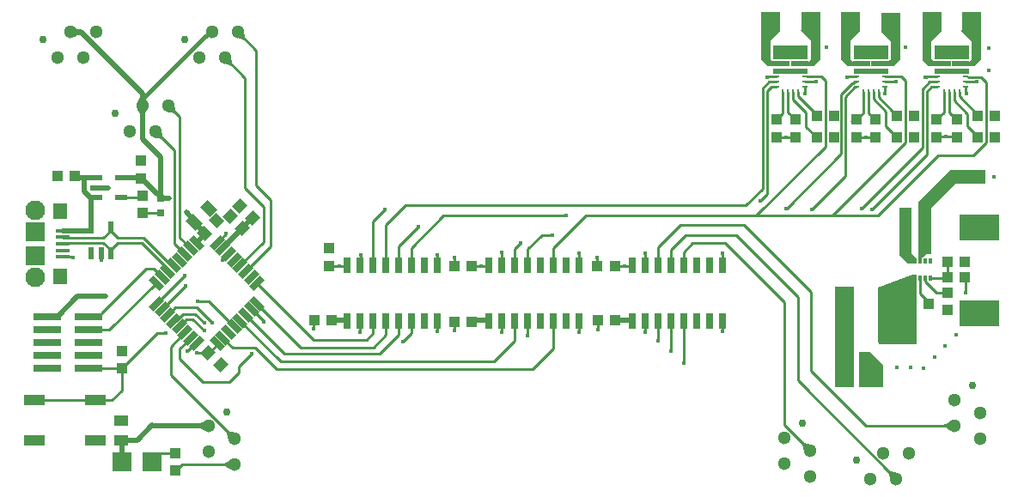
<source format=gbr>
%TF.GenerationSoftware,Altium Limited,Altium Designer,22.9.1 (49)*%
G04 Layer_Physical_Order=1*
G04 Layer_Color=255*
%FSLAX45Y45*%
%MOMM*%
%TF.SameCoordinates,925A93EA-3B44-44BF-AA41-ED200E7300F1*%
%TF.FilePolarity,Positive*%
%TF.FileFunction,Copper,L1,Top,Signal*%
%TF.Part,Single*%
G01*
G75*
%TA.AperFunction,SMDPad,CuDef*%
G04:AMPARAMS|DCode=10|XSize=1mm|YSize=1.1mm|CornerRadius=0mm|HoleSize=0mm|Usage=FLASHONLY|Rotation=315.000|XOffset=0mm|YOffset=0mm|HoleType=Round|Shape=Rectangle|*
%AMROTATEDRECTD10*
4,1,4,-0.74246,-0.03535,0.03535,0.74246,0.74246,0.03535,-0.03535,-0.74246,-0.74246,-0.03535,0.0*
%
%ADD10ROTATEDRECTD10*%

%ADD11R,1.00000X1.40000*%
%ADD12R,1.00000X1.10000*%
%ADD13R,0.30000X0.47500*%
%ADD14R,1.65000X5.60000*%
%ADD15R,1.10000X1.00000*%
%ADD16R,1.10000X1.80000*%
%ADD17R,4.00000X2.50000*%
%ADD18R,2.00000X1.00000*%
%ADD19R,2.00000X1.00000*%
%ADD20R,1.40000X1.00000*%
%ADD21R,1.90000X1.90000*%
%ADD22R,2.79000X0.74000*%
G04:AMPARAMS|DCode=23|XSize=1.475mm|YSize=0.6mm|CornerRadius=0mm|HoleSize=0mm|Usage=FLASHONLY|Rotation=225.000|XOffset=0mm|YOffset=0mm|HoleType=Round|Shape=Rectangle|*
%AMROTATEDRECTD23*
4,1,4,0.30936,0.73362,0.73362,0.30936,-0.30936,-0.73362,-0.73362,-0.30936,0.30936,0.73362,0.0*
%
%ADD23ROTATEDRECTD23*%

G04:AMPARAMS|DCode=24|XSize=1.475mm|YSize=0.6mm|CornerRadius=0mm|HoleSize=0mm|Usage=FLASHONLY|Rotation=135.000|XOffset=0mm|YOffset=0mm|HoleType=Round|Shape=Rectangle|*
%AMROTATEDRECTD24*
4,1,4,0.73362,-0.30936,0.30936,-0.73362,-0.73362,0.30936,-0.30936,0.73362,0.73362,-0.30936,0.0*
%
%ADD24ROTATEDRECTD24*%

%ADD25R,0.60000X0.25000*%
%ADD26R,3.50000X0.50000*%
%ADD27R,1.67500X0.50000*%
%ADD28R,3.50000X1.40000*%
%ADD29R,0.25000X0.60000*%
%ADD30R,0.65000X1.52500*%
G04:AMPARAMS|DCode=31|XSize=1mm|YSize=1.1mm|CornerRadius=0mm|HoleSize=0mm|Usage=FLASHONLY|Rotation=225.000|XOffset=0mm|YOffset=0mm|HoleType=Round|Shape=Rectangle|*
%AMROTATEDRECTD31*
4,1,4,-0.03535,0.74246,0.74246,-0.03535,0.03535,-0.74246,-0.74246,0.03535,-0.03535,0.74246,0.0*
%
%ADD31ROTATEDRECTD31*%

G04:AMPARAMS|DCode=32|XSize=1mm|YSize=1.4mm|CornerRadius=0mm|HoleSize=0mm|Usage=FLASHONLY|Rotation=225.000|XOffset=0mm|YOffset=0mm|HoleType=Round|Shape=Rectangle|*
%AMROTATEDRECTD32*
4,1,4,-0.14142,0.84853,0.84853,-0.14142,0.14142,-0.84853,-0.84853,0.14142,-0.14142,0.84853,0.0*
%
%ADD32ROTATEDRECTD32*%

%ADD33R,1.90000X1.90000*%
%ADD34R,0.80000X0.80000*%
%TA.AperFunction,ConnectorPad*%
%ADD35R,1.40000X1.60000*%
%ADD36R,1.35000X0.40000*%
%TA.AperFunction,SMDPad,CuDef*%
%ADD37R,0.60000X1.20000*%
%ADD38R,1.25000X0.60000*%
%TA.AperFunction,Conductor*%
%ADD39C,0.25400*%
%ADD40C,0.50000*%
%ADD41C,0.26000*%
%ADD42C,0.45000*%
%ADD43C,0.40000*%
%TA.AperFunction,ComponentPad*%
%ADD44C,0.75000*%
%ADD45C,1.30000*%
%ADD46C,1.95000*%
%TA.AperFunction,ViaPad*%
%ADD47C,0.45000*%
G36*
X611083Y5267937D02*
X614742Y5264928D01*
X618784Y5262273D01*
X623209Y5259972D01*
X628017Y5258025D01*
X633207Y5256432D01*
X638781Y5255193D01*
X644738Y5254308D01*
X651077Y5253777D01*
X657800Y5253600D01*
X657800Y5203600D01*
X651077Y5203423D01*
X644738Y5202892D01*
X638781Y5202007D01*
X633207Y5200768D01*
X628017Y5199175D01*
X623209Y5197228D01*
X618784Y5194927D01*
X614742Y5192272D01*
X611083Y5189263D01*
X607807Y5185900D01*
X607807Y5271300D01*
X611083Y5267937D01*
X611083Y5267937D02*
G37*
G36*
X2274880Y5219053D02*
X2276101Y5202989D01*
X2277238Y5195821D01*
X2278726Y5189231D01*
X2280565Y5183217D01*
X2282756Y5177780D01*
X2285297Y5172919D01*
X2288190Y5168635D01*
X2291434Y5164927D01*
X2273473Y5146967D01*
X2269766Y5150210D01*
X2265481Y5153103D01*
X2260621Y5155644D01*
X2255183Y5157835D01*
X2249169Y5159674D01*
X2242579Y5161162D01*
X2235411Y5162299D01*
X2227668Y5163085D01*
X2210450Y5163603D01*
X2274797Y5227950D01*
X2274880Y5219053D01*
X2274880Y5219053D02*
G37*
G36*
X2147880Y4965053D02*
X2149101Y4948989D01*
X2150238Y4941821D01*
X2151726Y4935231D01*
X2153565Y4929217D01*
X2155756Y4923780D01*
X2158297Y4918919D01*
X2161190Y4914635D01*
X2164434Y4910927D01*
X2146473Y4892967D01*
X2142766Y4896210D01*
X2138481Y4899103D01*
X2133621Y4901644D01*
X2128183Y4903835D01*
X2122169Y4905674D01*
X2115579Y4907162D01*
X2108411Y4908299D01*
X2100668Y4909085D01*
X2083450Y4909603D01*
X2147797Y4973950D01*
X2147880Y4965053D01*
X2147880Y4965053D02*
G37*
G36*
X9535000Y4957500D02*
X9470000Y4892500D01*
X9420000Y4892500D01*
X9420000Y4940000D01*
X9445000Y4965000D01*
X9445000Y5142500D01*
X9344233Y5243267D01*
X9349093Y5255000D01*
X9535000Y5255000D01*
X9535000Y4957500D01*
X9535000Y4957500D02*
G37*
G36*
X9140907Y5255000D02*
X9145767Y5243266D01*
X9045000Y5142499D01*
X9045000Y4967500D01*
X9060440Y4952060D01*
X9060440Y4951240D01*
X9061260Y4951240D01*
X9075000Y4937500D01*
X9075000Y4892500D01*
X9020000Y4892500D01*
X8957500Y4955000D01*
X8957500Y5255000D01*
X9140907Y5255000D01*
X9140907Y5255000D02*
G37*
G36*
X8742500Y5245790D02*
X8742500Y4962500D01*
X8672500Y4892500D01*
X8622500Y4892500D01*
X8622500Y4940000D01*
X8633740Y4951240D01*
X8634560Y4951240D01*
X8634560Y4952060D01*
X8647500Y4965000D01*
X8647500Y5137500D01*
X8551077Y5233923D01*
X8555646Y5245773D01*
X8733301Y5254545D01*
X8742500Y5245790D01*
X8742500Y5245790D02*
G37*
G36*
X8343267Y5243267D02*
X8250000Y5150000D01*
X8250000Y4965000D01*
X8275000Y4940000D01*
X8275000Y4892500D01*
X8225000Y4892500D01*
X8152500Y4965000D01*
X8152500Y5255000D01*
X8338406Y5255000D01*
X8343267Y5243267D01*
X8343267Y5243267D02*
G37*
G36*
X7952500Y4962500D02*
X7882500Y4892500D01*
X7832500Y4892500D01*
X7832500Y4940000D01*
X7857500Y4965000D01*
X7857500Y5147500D01*
X7761733Y5243267D01*
X7766594Y5255000D01*
X7952500Y5255000D01*
X7952500Y4962500D01*
X7952500Y4962500D02*
G37*
G36*
X7558267Y5243267D02*
X7460000Y5145000D01*
X7460000Y4965000D01*
X7472940Y4952060D01*
X7472940Y4951240D01*
X7473760Y4951240D01*
X7485000Y4940000D01*
X7485000Y4892500D01*
X7435000Y4892500D01*
X7367500Y4960000D01*
X7367500Y5255000D01*
X7553406Y5255000D01*
X7558267Y5243267D01*
X7558267Y5243267D02*
G37*
G36*
X1291666Y4608700D02*
X1295000Y4608700D01*
X1295050Y4606924D01*
X1324883Y4591264D01*
X1320380Y4586432D01*
X1316692Y4581758D01*
X1313820Y4577243D01*
X1311763Y4572886D01*
X1310522Y4568688D01*
X1310096Y4564647D01*
X1310486Y4560765D01*
X1311691Y4557042D01*
X1313711Y4553476D01*
X1316547Y4550069D01*
X1304891Y4551119D01*
X1224500Y4551119D01*
X1228395Y4555312D01*
X1231880Y4559853D01*
X1234955Y4564741D01*
X1237620Y4569977D01*
X1239875Y4575562D01*
X1241720Y4581494D01*
X1243155Y4587773D01*
X1244180Y4594401D01*
X1244795Y4601377D01*
X1245000Y4608700D01*
X1279057Y4608700D01*
X1283150Y4613170D01*
X1291666Y4608700D01*
X1291666Y4608700D02*
G37*
G36*
X1589080Y4495153D02*
X1590301Y4479089D01*
X1591438Y4471921D01*
X1592926Y4465331D01*
X1594765Y4459317D01*
X1596956Y4453879D01*
X1599497Y4449019D01*
X1602390Y4444735D01*
X1605633Y4441027D01*
X1587673Y4423067D01*
X1583965Y4426310D01*
X1579681Y4429203D01*
X1574820Y4431744D01*
X1569383Y4433934D01*
X1563369Y4435774D01*
X1556778Y4437262D01*
X1549611Y4438399D01*
X1541867Y4439185D01*
X1524650Y4439703D01*
X1588997Y4504050D01*
X1589080Y4495153D01*
X1589080Y4495153D02*
G37*
G36*
X1311605Y4454138D02*
X1308120Y4449748D01*
X1305045Y4445109D01*
X1302380Y4440223D01*
X1300125Y4435089D01*
X1298280Y4429707D01*
X1296845Y4424077D01*
X1295820Y4418199D01*
X1295205Y4412073D01*
X1295000Y4405700D01*
X1245000Y4405700D01*
X1244795Y4412073D01*
X1244180Y4418199D01*
X1243155Y4424077D01*
X1241720Y4429707D01*
X1239875Y4435089D01*
X1237620Y4440223D01*
X1234955Y4445109D01*
X1231880Y4449748D01*
X1228395Y4454138D01*
X1224500Y4458281D01*
X1315500Y4458281D01*
X1311605Y4454138D01*
X1311605Y4454138D02*
G37*
G36*
X1462080Y4241153D02*
X1463301Y4225089D01*
X1464438Y4217921D01*
X1465926Y4211331D01*
X1467765Y4205317D01*
X1469956Y4199880D01*
X1472497Y4195019D01*
X1475390Y4190735D01*
X1478634Y4187027D01*
X1460673Y4169067D01*
X1456966Y4172310D01*
X1452681Y4175203D01*
X1447821Y4177744D01*
X1442383Y4179935D01*
X1436369Y4181774D01*
X1429779Y4183262D01*
X1422611Y4184399D01*
X1414868Y4185185D01*
X1397650Y4185703D01*
X1461997Y4250050D01*
X1462080Y4241153D01*
X1462080Y4241153D02*
G37*
G36*
X9577500Y3737500D02*
X9285000Y3737500D01*
X9045000Y3497500D01*
X9045000Y3037500D01*
X8990000Y3037500D01*
X8960210Y3007710D01*
X8959840Y3007710D01*
X8959840Y3007340D01*
X8947500Y2995000D01*
X8950000Y2992500D01*
X8950000Y2952500D01*
X8920000Y2952500D01*
X8920000Y3145000D01*
X8920000Y3497500D01*
X8920000Y3555000D01*
X9235000Y3870000D01*
X9577500Y3870000D01*
X9577500Y3737500D01*
X9577500Y3737500D02*
G37*
G36*
X8850000Y3147500D02*
X8850000Y3040000D01*
X8900000Y2997500D01*
X8900000Y2950000D01*
X8812500Y2950000D01*
X8735000Y3027500D01*
X8735000Y3162500D01*
X8735000Y3495000D01*
X8736036Y3497500D01*
X8850000Y3497500D01*
X8850000Y3147500D01*
X8850000Y3147500D02*
G37*
G36*
X8900000Y2150000D02*
X8547454Y2150000D01*
X8543863Y2162181D01*
X8546378Y2163807D01*
X8645000Y2227500D01*
X8550644Y2173583D01*
X8534569Y2164397D01*
X8533022Y2164591D01*
X8531500Y2164929D01*
X8522500Y2172820D01*
X8522500Y2712500D01*
X8860000Y2840000D01*
X8900000Y2840000D01*
X8900000Y2150000D01*
X8900000Y2150000D02*
G37*
G36*
X8575000Y1944995D02*
X8575000Y1727500D01*
X8337500Y1727500D01*
X8337500Y2072500D01*
X8447501Y2072500D01*
X8575000Y1944995D01*
X8575000Y1944995D02*
G37*
G36*
X8282500Y1727500D02*
X8097500Y1727500D01*
X8097500Y2690000D01*
X8097500Y2720000D01*
X8282500Y2720000D01*
X8282500Y1727500D01*
X8282500Y1727500D02*
G37*
G36*
X1873671Y1302156D02*
X1869806Y1306259D01*
X1865660Y1309930D01*
X1861231Y1313169D01*
X1856521Y1315976D01*
X1851528Y1318351D01*
X1846254Y1320295D01*
X1840697Y1321806D01*
X1834858Y1322886D01*
X1828738Y1323534D01*
X1822335Y1323750D01*
X1825803Y1373750D01*
X1832147Y1373942D01*
X1838274Y1374518D01*
X1844185Y1375480D01*
X1849878Y1376825D01*
X1855354Y1378555D01*
X1860614Y1380669D01*
X1865656Y1383168D01*
X1870481Y1386051D01*
X1875089Y1389319D01*
X1879480Y1392971D01*
X1873671Y1302156D01*
X1873671Y1302156D02*
G37*
G36*
X9224581Y1300700D02*
X9218230Y1306932D01*
X9206008Y1317428D01*
X9200136Y1321692D01*
X9194424Y1325300D01*
X9188870Y1328252D01*
X9183477Y1330548D01*
X9178243Y1332188D01*
X9173168Y1333172D01*
X9168253Y1333500D01*
X9168253Y1358900D01*
X9173168Y1359228D01*
X9178243Y1360212D01*
X9183477Y1361852D01*
X9188870Y1364148D01*
X9194424Y1367100D01*
X9200136Y1370708D01*
X9206008Y1374972D01*
X9212039Y1379892D01*
X9224581Y1391700D01*
X9224581Y1300700D01*
X9224581Y1300700D02*
G37*
G36*
X2116934Y1295990D02*
X2121219Y1293097D01*
X2126079Y1290556D01*
X2131517Y1288365D01*
X2137531Y1286526D01*
X2144121Y1285038D01*
X2151289Y1283901D01*
X2159032Y1283115D01*
X2176250Y1282597D01*
X2111903Y1218250D01*
X2111819Y1227147D01*
X2110599Y1243211D01*
X2109462Y1250379D01*
X2107974Y1256969D01*
X2106134Y1262983D01*
X2103944Y1268421D01*
X2101403Y1273281D01*
X2098510Y1277566D01*
X2095266Y1281273D01*
X2113227Y1299234D01*
X2116934Y1295990D01*
X2116934Y1295990D02*
G37*
G36*
X7788634Y1183290D02*
X7792919Y1180397D01*
X7797779Y1177856D01*
X7803217Y1175665D01*
X7809231Y1173826D01*
X7815821Y1172338D01*
X7822989Y1171201D01*
X7830732Y1170415D01*
X7847950Y1169897D01*
X7783603Y1105550D01*
X7783520Y1114447D01*
X7782299Y1130511D01*
X7781162Y1137679D01*
X7779674Y1144269D01*
X7777835Y1150283D01*
X7775644Y1155721D01*
X7773103Y1160581D01*
X7770210Y1164866D01*
X7766966Y1168573D01*
X7784927Y1186534D01*
X7788634Y1183290D01*
X7788634Y1183290D02*
G37*
G36*
X2130481Y918100D02*
X2124130Y924332D01*
X2111908Y934828D01*
X2106036Y939092D01*
X2100323Y942700D01*
X2094770Y945652D01*
X2089377Y947948D01*
X2084143Y949588D01*
X2079068Y950572D01*
X2074153Y950900D01*
X2074153Y976300D01*
X2079068Y976628D01*
X2084143Y977612D01*
X2089377Y979252D01*
X2094770Y981548D01*
X2100323Y984500D01*
X2106036Y988108D01*
X2111908Y992372D01*
X2117939Y997292D01*
X2130481Y1009100D01*
X2130481Y918100D01*
X2130481Y918100D02*
G37*
G36*
X8639534Y903890D02*
X8643819Y900997D01*
X8648679Y898456D01*
X8654117Y896265D01*
X8660131Y894426D01*
X8666721Y892938D01*
X8673889Y891801D01*
X8681632Y891015D01*
X8698850Y890497D01*
X8634503Y826150D01*
X8634420Y835047D01*
X8633199Y851111D01*
X8632062Y858279D01*
X8630574Y864869D01*
X8628735Y870883D01*
X8626544Y876321D01*
X8624003Y881181D01*
X8621110Y885466D01*
X8617866Y889173D01*
X8635827Y907134D01*
X8639534Y903890D01*
X8639534Y903890D02*
G37*
D10*
X2232396Y3512604D02*
D03*
X2352604Y3392396D02*
D03*
X2132396Y3415104D02*
D03*
X2252604Y3294896D02*
D03*
X2040104Y1947396D02*
D03*
X1919896Y2067604D02*
D03*
D11*
X8985601Y3252700D02*
D03*
X8785600Y3252700D02*
D03*
X8987500Y3427500D02*
D03*
X8787500Y3427500D02*
D03*
D12*
X8970601Y3092201D02*
D03*
X8800600Y3092201D02*
D03*
X9020000Y2552500D02*
D03*
X8850000Y2552500D02*
D03*
X9205000Y2810000D02*
D03*
X9375000Y2810000D02*
D03*
X9375000Y2960000D02*
D03*
X9205000Y2960000D02*
D03*
X8387500Y2017500D02*
D03*
X8217500Y2017500D02*
D03*
X9673500Y4191000D02*
D03*
X9503500Y4191000D02*
D03*
X9673500Y4406900D02*
D03*
X9503500Y4406900D02*
D03*
X8873400Y4191000D02*
D03*
X8703400Y4191000D02*
D03*
X8873400Y4406900D02*
D03*
X8703400Y4406900D02*
D03*
X8086000Y4191000D02*
D03*
X7916000Y4191000D02*
D03*
X8086000Y4406900D02*
D03*
X7916000Y4406900D02*
D03*
X4347300Y2921000D02*
D03*
X4517300Y2921000D02*
D03*
X4347300Y2374900D02*
D03*
X4517300Y2374900D02*
D03*
X5755000Y2920000D02*
D03*
X5925000Y2920000D02*
D03*
X5757000Y2387600D02*
D03*
X5927000Y2387600D02*
D03*
X2963000Y2387600D02*
D03*
X3133000Y2387600D02*
D03*
X435700Y3810000D02*
D03*
X605700Y3810000D02*
D03*
D13*
X9035000Y2973800D02*
D03*
X8985000Y2973800D02*
D03*
X8935000Y2973800D02*
D03*
X8885000Y2973800D02*
D03*
X8885000Y2806200D02*
D03*
X8935000Y2806200D02*
D03*
X8985000Y2806200D02*
D03*
X9035000Y2806200D02*
D03*
D14*
X8190000Y2430000D02*
D03*
X8605000Y2430000D02*
D03*
D15*
X9210000Y2490000D02*
D03*
X9210000Y2660000D02*
D03*
X1070000Y2082500D02*
D03*
X1070000Y1912500D02*
D03*
X8496300Y4194900D02*
D03*
X8496300Y4364900D02*
D03*
X9093200Y4194900D02*
D03*
X9093200Y4364900D02*
D03*
X9296400Y4194900D02*
D03*
X9296400Y4364900D02*
D03*
X7518399Y4194900D02*
D03*
X7518399Y4364900D02*
D03*
X7708900Y4194900D02*
D03*
X7708900Y4364900D02*
D03*
X8305800Y4194900D02*
D03*
X8305800Y4364900D02*
D03*
X3111500Y3094900D02*
D03*
X3111500Y2924900D02*
D03*
X1597500Y1072500D02*
D03*
X1597500Y902500D02*
D03*
X1257300Y3958500D02*
D03*
X1257300Y3788500D02*
D03*
X1270000Y3615600D02*
D03*
X1270000Y3445600D02*
D03*
D16*
X8212500Y1827500D02*
D03*
X8512500Y1827500D02*
D03*
D17*
X9520000Y3300000D02*
D03*
X9520000Y2455000D02*
D03*
D18*
X207500Y1600000D02*
D03*
X807500Y1600000D02*
D03*
D19*
X207500Y1200000D02*
D03*
X807500Y1200000D02*
D03*
D20*
X1065000Y1200000D02*
D03*
X1065000Y1400000D02*
D03*
D21*
X9440000Y5337500D02*
D03*
X8647500Y5327500D02*
D03*
X8247500Y5337500D02*
D03*
X7463700Y5337500D02*
D03*
X7857500Y5337500D02*
D03*
X9051200Y5337500D02*
D03*
D22*
X737000Y1914100D02*
D03*
X330000Y1914100D02*
D03*
X737000Y2041100D02*
D03*
X330000Y2041100D02*
D03*
X737000Y2168100D02*
D03*
X330000Y2168100D02*
D03*
X737000Y2295100D02*
D03*
X330000Y2295100D02*
D03*
X737000Y2422100D02*
D03*
X330000Y2422100D02*
D03*
D23*
X1803318Y2156638D02*
D03*
X1746750Y2213207D02*
D03*
X1690181Y2269775D02*
D03*
X1633612Y2326344D02*
D03*
X1577044Y2382912D02*
D03*
X1520475Y2439481D02*
D03*
X1463907Y2496050D02*
D03*
X1407338Y2552618D02*
D03*
X2006682Y3151962D02*
D03*
X2063250Y3095393D02*
D03*
X2119819Y3038825D02*
D03*
X2176388Y2982256D02*
D03*
X2232956Y2925688D02*
D03*
X2289525Y2869119D02*
D03*
X2346093Y2812550D02*
D03*
X2402662Y2755982D02*
D03*
D24*
X1407338Y2755982D02*
D03*
X1463907Y2812550D02*
D03*
X1520475Y2869119D02*
D03*
X1577044Y2925688D02*
D03*
X1633612Y2982256D02*
D03*
X1690181Y3038825D02*
D03*
X1746750Y3095393D02*
D03*
X1803318Y3151962D02*
D03*
X2402662Y2552618D02*
D03*
X2346093Y2496050D02*
D03*
X2289525Y2439481D02*
D03*
X2232956Y2382912D02*
D03*
X2176388Y2326344D02*
D03*
X2119819Y2269775D02*
D03*
X2063250Y2213207D02*
D03*
X2006682Y2156638D02*
D03*
D25*
X7798100Y4688900D02*
D03*
X7798100Y4738900D02*
D03*
X7798100Y4788900D02*
D03*
X7518100Y4788900D02*
D03*
X7518100Y4738900D02*
D03*
X7518100Y4688900D02*
D03*
X8309400Y4688900D02*
D03*
X8309400Y4738900D02*
D03*
X8309400Y4788900D02*
D03*
X8589400Y4788900D02*
D03*
X8589400Y4738900D02*
D03*
X8589400Y4688900D02*
D03*
X9385600Y4688900D02*
D03*
X9385600Y4738900D02*
D03*
X9385600Y4788900D02*
D03*
X9105600Y4788900D02*
D03*
X9105600Y4738900D02*
D03*
X9105600Y4688900D02*
D03*
D26*
X7658100Y4846400D02*
D03*
X8449400Y4846400D02*
D03*
X9245600Y4846400D02*
D03*
D27*
X7749300Y4916400D02*
D03*
X7566900Y4916400D02*
D03*
X8358200Y4916400D02*
D03*
X8540600Y4916400D02*
D03*
X9336800Y4916400D02*
D03*
X9154400Y4916400D02*
D03*
D28*
X7658100Y5031400D02*
D03*
X8449400Y5031400D02*
D03*
X9245600Y5031400D02*
D03*
D29*
X7583100Y4636400D02*
D03*
X7633100Y4636400D02*
D03*
X7683100Y4636400D02*
D03*
X7733100Y4636400D02*
D03*
X8524400Y4636400D02*
D03*
X8474400Y4636400D02*
D03*
X8424400Y4636400D02*
D03*
X8374400Y4636400D02*
D03*
X9170600Y4636400D02*
D03*
X9220600Y4636400D02*
D03*
X9270600Y4636400D02*
D03*
X9320600Y4636400D02*
D03*
D30*
X4686300Y2383100D02*
D03*
X4813300Y2383100D02*
D03*
X4940300Y2383100D02*
D03*
X5067300Y2383100D02*
D03*
X5194300Y2383100D02*
D03*
X5321300Y2383100D02*
D03*
X5448300Y2383100D02*
D03*
X5575300Y2383100D02*
D03*
X5575300Y2925500D02*
D03*
X5448300Y2925500D02*
D03*
X5321300Y2925500D02*
D03*
X5194300Y2925500D02*
D03*
X5067300Y2925500D02*
D03*
X4940300Y2925500D02*
D03*
X4813300Y2925500D02*
D03*
X4686300Y2925500D02*
D03*
X6096000Y2383100D02*
D03*
X6223000Y2383100D02*
D03*
X6350000Y2383100D02*
D03*
X6477000Y2383100D02*
D03*
X6604000Y2383100D02*
D03*
X6731000Y2383100D02*
D03*
X6858000Y2383100D02*
D03*
X6985000Y2383100D02*
D03*
X6985000Y2925500D02*
D03*
X6858000Y2925500D02*
D03*
X6731000Y2925500D02*
D03*
X6604000Y2925500D02*
D03*
X6477000Y2925500D02*
D03*
X6350000Y2925500D02*
D03*
X6223000Y2925500D02*
D03*
X6096000Y2925500D02*
D03*
X3289300Y2383100D02*
D03*
X3416300Y2383100D02*
D03*
X3543300Y2383100D02*
D03*
X3670300Y2383100D02*
D03*
X3797300Y2383100D02*
D03*
X3924300Y2383100D02*
D03*
X4051300Y2383100D02*
D03*
X4178300Y2383100D02*
D03*
X4178300Y2925500D02*
D03*
X4051300Y2925500D02*
D03*
X3924300Y2925500D02*
D03*
X3797300Y2925500D02*
D03*
X3670300Y2925500D02*
D03*
X3543300Y2925500D02*
D03*
X3416300Y2925500D02*
D03*
X3289300Y2925500D02*
D03*
D31*
X1883196Y3247096D02*
D03*
X2003404Y3367304D02*
D03*
D32*
X1783689Y3350789D02*
D03*
X1925111Y3492211D02*
D03*
D33*
X1067500Y990000D02*
D03*
X1367500Y992500D02*
D03*
X215100Y3021000D02*
D03*
X215100Y3261000D02*
D03*
D34*
X1447800Y3442900D02*
D03*
X1447800Y3592900D02*
D03*
D35*
X460100Y2821000D02*
D03*
X460100Y3461000D02*
D03*
D36*
X482600Y3011000D02*
D03*
X482600Y3076000D02*
D03*
X482600Y3141000D02*
D03*
X482600Y3206000D02*
D03*
X482600Y3271000D02*
D03*
D37*
X768600Y3050000D02*
D03*
X863600Y3050000D02*
D03*
X958600Y3050000D02*
D03*
X958600Y3300000D02*
D03*
X768600Y3300000D02*
D03*
D38*
X814800Y3790700D02*
D03*
X814800Y3695700D02*
D03*
X814800Y3600700D02*
D03*
X1064800Y3600700D02*
D03*
X1064800Y3790700D02*
D03*
D39*
X1587500Y3141506D02*
X1587500Y4060200D01*
X1638300Y3203843D02*
X1638300Y4390400D01*
X1638300Y3203843D02*
X1746750Y3095393D01*
X1587500Y3141506D02*
X1690181Y3038825D01*
X1397000Y4250700D02*
X1587500Y4060200D01*
X1524000Y4504700D02*
X1638300Y4390400D01*
X2062500Y2980000D02*
X2062500Y2980753D01*
X2119819Y3038072D01*
X2119819Y3038825D01*
X2352604Y3384747D02*
X2352604Y3392396D01*
X1883196Y3231840D02*
X1883196Y3247096D01*
X1783689Y3350789D02*
X1783689Y3372511D01*
X2465000Y3157731D02*
X2465000Y3507500D01*
X2232956Y2925688D02*
X2465000Y3157731D01*
X2280000Y3692500D02*
X2465000Y3507500D01*
X2390000Y3717500D02*
X2535000Y3572500D01*
X2535000Y3114594D02*
X2535000Y3572500D01*
X2390000Y3717500D02*
X2390000Y5048400D01*
X2280000Y3692500D02*
X2280000Y4777400D01*
X2209800Y5228600D02*
X2390000Y5048400D01*
X2082800Y4974600D02*
X2280000Y4777400D01*
X2289525Y2869119D02*
X2535000Y3114594D01*
X8884400Y2974400D02*
X8885000Y2973800D01*
X9205000Y2810000D02*
X9205000Y2960000D01*
X8885000Y2797450D02*
X8885000Y2806200D01*
X8935000Y2647500D02*
X8935000Y2806200D01*
X8935000Y2647500D02*
X9025000Y2557500D01*
X9025000Y2552500D02*
X9025000Y2557500D01*
X9035000Y2806200D02*
X9201200Y2806200D01*
X8987300Y2770200D02*
X8987300Y2803900D01*
X8985000Y2806200D02*
X8987300Y2803900D01*
X8987300Y2770200D02*
X9097500Y2660000D01*
X9210000Y2660000D01*
X9380000Y2660000D02*
X9380000Y2805000D01*
X9375000Y2810000D02*
X9380000Y2805000D01*
X8194420Y3806920D02*
X8194420Y4591020D01*
X7867500Y3480000D02*
X8194420Y3806920D01*
X7617500Y3490000D02*
X7620000Y3490000D01*
X8158860Y4028860D01*
X8158860Y4613189D01*
X8462500Y3477500D02*
X8462500Y3482500D01*
X9000000Y4020000D01*
X9000000Y4642500D01*
X8158860Y4613189D02*
X8270131Y4724460D01*
X8277860Y4724460D01*
X8292300Y4738900D01*
X8309400Y4738900D01*
X8194420Y4591020D02*
X8292300Y4688900D01*
X7319100Y3420000D02*
X8000000Y4100900D01*
X8000000Y4750000D01*
X8292300Y4688900D02*
X8309400Y4688900D01*
X9000000Y4642500D02*
X9046400Y4688900D01*
X8957500Y4087500D02*
X8957500Y4664900D01*
X9031500Y4738900D01*
X8360000Y3490000D02*
X8957500Y4087500D01*
X9046400Y4688900D02*
X9105600Y4688900D01*
X7427500Y4650000D02*
X7466400Y4688900D01*
X7427500Y3635000D02*
X7427500Y4650000D01*
X7360000Y3567500D02*
X7427500Y3635000D01*
X7215700Y3520000D02*
X7382500Y3686800D01*
X7382500Y4673748D01*
X7447652Y4738900D01*
X7466400Y4688900D02*
X7518100Y4688900D01*
X1549400Y1845100D02*
X1549400Y2128994D01*
X1549400Y1845100D02*
X2176900Y1217600D01*
X807500Y1600000D02*
X970000Y1600000D01*
X1067500Y1697500D02*
X1067500Y1910000D01*
X970000Y1600000D02*
X1067500Y1697500D01*
X207500Y1600000D02*
X807500Y1600000D01*
X1447500Y1072500D02*
X1597500Y1072500D01*
X1367500Y992500D02*
X1447500Y1072500D01*
X1663600Y963600D02*
X2176900Y963600D01*
X1602500Y902500D02*
X1663600Y963600D01*
X1597500Y902500D02*
X1602500Y902500D01*
X1070539Y1911961D02*
X1074461Y1911961D01*
X1112300Y1949800D01*
X1112300Y1953723D02*
X1419177Y2260600D01*
X1068400Y1914100D02*
X1070539Y1911961D01*
X1419177Y2260600D02*
X1498600Y2260600D01*
X1112300Y1949800D02*
X1112300Y1953723D01*
X737000Y1914100D02*
X1068400Y1914100D01*
X1067500Y1910000D02*
X1070000Y1912500D01*
X839500Y2422100D02*
X863800Y2446400D01*
X863800Y2451300D01*
X1306378Y2893878D02*
X1382579Y2893878D01*
X737000Y2422100D02*
X839500Y2422100D01*
X863800Y2451300D02*
X1306378Y2893878D01*
X946457Y2295100D02*
X1407338Y2755982D01*
X737000Y2295100D02*
X946457Y2295100D01*
X1549400Y2128994D02*
X1690181Y2269775D01*
X1715412Y2079756D02*
X1792294Y2156638D01*
X1710108Y2079756D02*
X1715412Y2079756D01*
X1792294Y2156638D02*
X1803318Y2156638D01*
X1862500Y1780000D02*
X2130000Y1780000D01*
X1638300Y2004200D02*
X1638300Y2105528D01*
X1638300Y2004200D02*
X1862500Y1780000D01*
X2130000Y1780000D02*
X2225000Y1875000D01*
X2225000Y1932900D01*
X2349500Y2057400D01*
X3840000Y2175000D02*
X3924300Y2259300D01*
X3924300Y2383100D01*
X1463907Y2496050D02*
X1466228Y2496050D01*
X1692679Y2722500D02*
X1695000Y2722500D01*
X1466228Y2496050D02*
X1692679Y2722500D01*
X1407338Y2552618D02*
X1686820Y2832100D01*
X1689100Y2832100D01*
X1403710Y2552618D02*
X1407338Y2552618D01*
X1638300Y2105528D02*
X1745978Y2213207D01*
X1923900Y2063600D02*
X2006682Y2146382D01*
X1810931Y2064069D02*
X1915632Y2064069D01*
X1916100Y2063600D01*
X1810000Y2065000D02*
X1810931Y2064069D01*
X1916100Y2063600D02*
X1923900Y2063600D01*
X2006682Y2146382D02*
X2006682Y2156638D01*
X558800Y5225853D02*
X558800Y5228600D01*
X8985000Y4780000D02*
X8990304Y4780000D01*
X8999204Y4788900D02*
X9105600Y4788900D01*
X8990304Y4780000D02*
X8999204Y4788900D01*
X9031500Y4738900D02*
X9105600Y4738900D01*
X8226704Y4788900D02*
X8309400Y4788900D01*
X8215000Y4782500D02*
X8220304Y4782500D01*
X8226704Y4788900D01*
X7428700Y4788700D02*
X7517900Y4788700D01*
X7425000Y4785000D02*
X7428700Y4788700D01*
X7517900Y4788700D02*
X7518100Y4788900D01*
X3419400Y2928600D02*
X3419400Y3031900D01*
X3416300Y2925500D02*
X3419400Y2928600D01*
X4177900Y2925900D02*
X4178300Y2925500D01*
X4177900Y2925900D02*
X4177900Y3034600D01*
X4177500Y3035000D02*
X4177900Y3034600D01*
X4345000Y2923300D02*
X4345000Y3010000D01*
X4345000Y2923300D02*
X4347300Y2921000D01*
X5752500Y2922500D02*
X5755000Y2920000D01*
X5752500Y2922500D02*
X5752500Y3007500D01*
X6985000Y2277500D02*
X6985000Y2383100D01*
X6224000Y2271000D02*
X6224000Y2382100D01*
X6223000Y2383100D02*
X6224000Y2382100D01*
X6224000Y2271000D02*
X6225000Y2270000D01*
X5757000Y2387600D02*
X5760000Y2384600D01*
X5760000Y2297500D02*
X5760000Y2384600D01*
X5575300Y2383100D02*
X5576400Y2382000D01*
X5576400Y2273600D02*
X5576400Y2382000D01*
X5576400Y2273600D02*
X5577500Y2272500D01*
X4812900Y2270400D02*
X4812900Y2382700D01*
X4813300Y2383100D01*
X4812500Y2270000D02*
X4812900Y2270400D01*
X4345000Y2372600D02*
X4347300Y2374900D01*
X4345000Y2285000D02*
X4345000Y2372600D01*
X4177900Y2382700D02*
X4178300Y2383100D01*
X4177900Y2277900D02*
X4177900Y2382700D01*
X4177500Y2277500D02*
X4177900Y2277900D01*
X3415000Y2272500D02*
X3415650Y2273150D01*
X3415650Y2382450D02*
X3416300Y2383100D01*
X3415650Y2273150D02*
X3415650Y2382450D01*
X863600Y3050000D02*
X864300Y3049300D01*
X864300Y2983200D02*
X865000Y2982500D01*
X864300Y2983200D02*
X864300Y3049300D01*
X482600Y3011000D02*
X483100Y3010500D01*
X589500Y3010500D02*
X590000Y3010000D01*
X483100Y3010500D02*
X589500Y3010500D01*
X9190000Y4200000D02*
X9291300Y4200000D01*
X9296400Y4194900D01*
X8491400Y4190000D02*
X8496300Y4194900D01*
X8400000Y4190000D02*
X8491400Y4190000D01*
X7610000Y4190000D02*
X7704000Y4190000D01*
X7708900Y4194900D01*
X7710000Y4193800D01*
X7523299Y4190000D02*
X7610000Y4190000D01*
X7518399Y4194900D02*
X7523299Y4190000D01*
X8310700Y4190000D02*
X8400000Y4190000D01*
X8305800Y4194900D02*
X8310700Y4190000D01*
X8496300Y4194900D02*
X8500000Y4191200D01*
X9296400Y4194900D02*
X9300000Y4191300D01*
X9098300Y4200000D02*
X9190000Y4200000D01*
X9093200Y4194900D02*
X9098300Y4200000D01*
X8086000Y4406900D02*
X8086000Y4422500D01*
X8090000Y4426500D01*
X2090000Y3237640D02*
X2090000Y3240000D01*
X2006682Y3151962D02*
X2006682Y3154322D01*
X2090000Y3237640D01*
X2960000Y2300000D02*
X2960000Y2384600D01*
X2963000Y2387600D01*
X6985000Y2925500D02*
X6985000Y3048000D01*
X6223000Y2925500D02*
X6223000Y3048000D01*
X5575300Y2925500D02*
X5575300Y3048000D01*
X4813300Y2925500D02*
X4813300Y3060700D01*
X5927000Y2933700D02*
X5940700Y2920000D01*
X6090500Y2920000D02*
X6096000Y2925500D01*
X5940700Y2920000D02*
X6090500Y2920000D01*
X3111500Y2921000D02*
X3213100Y2921000D01*
X9385600Y4688900D02*
X9387600Y4688900D01*
X9387800Y4688700D01*
X9387800Y4622200D02*
X9390000Y4620000D01*
X9387800Y4622200D02*
X9387800Y4688700D01*
X8589700Y4620300D02*
X8589700Y4688700D01*
X8589700Y4620300D02*
X8590000Y4620000D01*
X8589400Y4688900D02*
X8589500Y4688900D01*
X8589700Y4688700D01*
X7800000Y4620000D02*
X7800000Y4688700D01*
X7798100Y4688900D02*
X7799800Y4688900D01*
X7800000Y4688700D01*
X8698900Y4738900D02*
X8700000Y4740000D01*
X8589400Y4738900D02*
X8698900Y4738900D01*
X7908900Y4738900D02*
X7910000Y4740000D01*
X7798100Y4738900D02*
X7908900Y4738900D01*
X7815400Y4788900D02*
X7961100Y4788900D01*
X8000000Y4750000D01*
X9411579Y4787744D02*
X9532257Y4787744D01*
X9588500Y4731500D01*
X9588500Y4138671D02*
X9588500Y4731500D01*
X9489257Y4739100D02*
X9490000Y4739843D01*
X9385600Y4738900D02*
X9385800Y4739100D01*
X9489257Y4739100D01*
X7860000Y1890000D02*
X7860000Y2668300D01*
X7860000Y1890000D02*
X8403800Y1346200D01*
X9271000Y1346200D01*
X7447652Y4738900D02*
X7518100Y4738900D01*
X7198300Y3330000D02*
X7860000Y2668300D01*
X7120500Y3230000D02*
X7730000Y2620500D01*
X7730000Y1795000D02*
X8699500Y825500D01*
X7730000Y1795000D02*
X7730000Y2620500D01*
X8666100Y4449200D02*
X8703400Y4411900D01*
X8524400Y4589800D02*
X8524400Y4636400D01*
X8524400Y4589800D02*
X8665000Y4449200D01*
X8666100Y4449200D01*
X8474400Y4568500D02*
X8597900Y4445000D01*
X8474400Y4568500D02*
X8474400Y4636400D01*
X8597900Y4300400D02*
X8597900Y4445000D01*
X6604000Y3060700D02*
X6693300Y3150000D01*
X7010000Y3150000D02*
X7594600Y2565400D01*
X6693300Y3150000D02*
X7010000Y3150000D01*
X6620900Y3230000D02*
X7120500Y3230000D01*
X6477000Y3086100D02*
X6620900Y3230000D01*
X6350000Y3111500D02*
X6568500Y3330000D01*
X7198300Y3330000D01*
X8520000Y3420000D02*
X9112716Y4012716D01*
X8069729Y3420000D02*
X8520000Y3420000D01*
X8069729Y3420000D02*
X8790000Y4140271D01*
X7319100Y3420000D02*
X8069729Y3420000D01*
X5642500Y3420000D02*
X7319100Y3420000D01*
X5321300Y3098800D02*
X5642500Y3420000D01*
X4240000Y3420000D02*
X5450000Y3420000D01*
X3922150Y3102150D02*
X4240000Y3420000D01*
X3670300Y3330300D02*
X3860000Y3520000D01*
X7215700Y3520000D01*
X9112716Y4012716D02*
X9462545Y4012716D01*
X5210000Y3230000D02*
X5310000Y3230000D01*
X5067300Y3087300D02*
X5210000Y3230000D01*
X3543300Y3363300D02*
X3660000Y3480000D01*
X3543300Y2925500D02*
X3543300Y3363300D01*
X3797300Y2925500D02*
X3797300Y3117300D01*
X3990000Y3310000D01*
X3922150Y2927650D02*
X3922150Y3102150D01*
X3922150Y2927650D02*
X3924300Y2925500D01*
X4940300Y2925500D02*
X4940300Y3090300D01*
X5000000Y3150000D01*
X5067300Y2925500D02*
X5067300Y3087300D01*
X8790000Y4140271D02*
X8790000Y4750000D01*
X3670300Y2925500D02*
X3670300Y3330300D01*
X7749300Y4916400D02*
X7754816Y4921916D01*
X7564414Y4918886D02*
X7566900Y4916400D01*
X8589600Y4788700D02*
X8751300Y4788700D01*
X8790000Y4750000D01*
X8589400Y4788900D02*
X8589600Y4788700D01*
X1382579Y2893878D02*
X1463907Y2812550D01*
X5067300Y2235200D02*
X5067300Y2383100D01*
X2590800Y1905000D02*
X5118100Y1905000D01*
X2163628Y2112829D02*
X2382971Y2112829D01*
X2590800Y1905000D01*
X2063250Y2213207D02*
X2163628Y2112829D01*
X3549343Y2120900D02*
X3670300Y2241857D01*
X2834380Y2120900D02*
X3549343Y2120900D01*
X2402662Y2552618D02*
X2834380Y2120900D01*
X3606800Y2057400D02*
X3794929Y2245529D01*
X2289525Y2439481D02*
X2671606Y2057400D01*
X3606800Y2057400D01*
X4737100Y1981200D02*
X4940300Y2184400D01*
X2634669Y1981200D02*
X4737100Y1981200D01*
X2232956Y2382912D02*
X2634669Y1981200D01*
X5118100Y1905000D02*
X5321300Y2108200D01*
X3479800Y2197100D02*
X3543300Y2260600D01*
X2402662Y2755982D02*
X2961544Y2197100D01*
X3479800Y2197100D01*
X2346094Y2494328D02*
X2463800Y2376622D01*
X2344372Y2494328D02*
X2346094Y2494328D01*
X2463800Y2374900D02*
X2463800Y2376622D01*
X1745978Y2213207D02*
X1746750Y2213207D01*
X3670300Y2241857D02*
X3670300Y2383100D01*
X3794929Y2245529D02*
X3794929Y2380729D01*
X6350000Y2184400D02*
X6350000Y2383100D01*
X6477000Y2082800D02*
X6477000Y2383100D01*
X7594600Y1358900D02*
X7594600Y2565400D01*
X7594600Y1358900D02*
X7848600Y1104900D01*
X1816100Y2578100D02*
X1921166Y2578100D01*
X2172922Y2326344D01*
X2176388Y2326344D01*
X1522778Y2439481D02*
X1597897Y2514600D01*
X1803400Y2514600D01*
X1520475Y2439481D02*
X1522778Y2439481D01*
X1803400Y2514600D02*
X1883596Y2434404D01*
X4681800Y2921000D02*
X4686300Y2925500D01*
X4610100Y2921000D02*
X4681800Y2921000D01*
X4517300Y2921000D02*
X4610100Y2921000D01*
X3213100Y2921000D02*
X3284800Y2921000D01*
X3289300Y2925500D01*
X1883596Y2434404D02*
X1955800Y2362200D01*
X1766146Y2399454D02*
X1879600Y2286000D01*
X6091500Y2387600D02*
X6096000Y2383100D01*
X4681800Y2387600D02*
X4686300Y2383100D01*
X4517300Y2374900D02*
X4530000Y2387600D01*
X3289300Y2383100D02*
X3289300Y2387600D01*
X9462545Y4012716D02*
X9588500Y4138671D01*
X6350000Y2925500D02*
X6350000Y3111500D01*
X6477000Y2925500D02*
X6477000Y3086100D01*
X6604000Y2925500D02*
X6604000Y3060700D01*
X5321300Y2925500D02*
X5321300Y3098800D01*
X8703400Y4410800D02*
X8703400Y4411900D01*
X9320800Y4594600D02*
X9320800Y4636200D01*
X9320600Y4636400D02*
X9320800Y4636200D01*
X9503500Y4406900D02*
X9503500Y4411900D01*
X9320800Y4594600D02*
X9503500Y4411900D01*
X9398000Y4301500D02*
X9503500Y4196000D01*
X9398000Y4301500D02*
X9398000Y4423900D01*
X9503500Y4191000D02*
X9503500Y4196000D01*
X9270600Y4551300D02*
X9398000Y4423900D01*
X9270600Y4551300D02*
X9270600Y4636400D01*
X9220600Y4435700D02*
X9291400Y4364900D01*
X9296400Y4364900D01*
X9220600Y4435700D02*
X9220600Y4636400D01*
X9170600Y4437300D02*
X9170600Y4636400D01*
X9098200Y4364900D02*
X9170600Y4437300D01*
X9093200Y4364900D02*
X9098200Y4364900D01*
X8491300Y4352200D02*
X8496300Y4352200D01*
X8424400Y4431800D02*
X8491300Y4364900D01*
X8424400Y4431800D02*
X8424400Y4636400D01*
X8491300Y4364900D02*
X8496300Y4364900D01*
X8305800Y4364900D02*
X8310800Y4364900D01*
X8374400Y4428500D02*
X8374400Y4636400D01*
X8310800Y4364900D02*
X8374400Y4428500D01*
X8597900Y4300400D02*
X8665000Y4233300D01*
X8703400Y4194900D02*
X8703400Y4196000D01*
X8665000Y4233300D02*
X8666100Y4233300D01*
X8703400Y4196000D01*
X8258899Y4352200D02*
X8263899Y4352200D01*
X7683100Y4560885D02*
X7810500Y4433485D01*
X7810500Y4296500D02*
X7810500Y4433485D01*
X7810500Y4296500D02*
X7873700Y4233300D01*
X7633100Y4435700D02*
X7633100Y4636400D01*
X7633100Y4435700D02*
X7703900Y4364900D01*
X7708900Y4364900D01*
X7523399Y4364900D02*
X7560700Y4402200D01*
X7560700Y4407200D01*
X7518399Y4364900D02*
X7523399Y4364900D01*
X7560700Y4407200D02*
X7583300Y4429800D01*
X7878700Y4233300D02*
X7916000Y4196000D01*
X7916000Y4191000D02*
X7916000Y4196000D01*
X7873700Y4233300D02*
X7878700Y4233300D01*
X7683100Y4560885D02*
X7683100Y4636400D01*
X7733300Y4594600D02*
X7733300Y4636200D01*
X7916000Y4406900D02*
X7916000Y4411900D01*
X7733300Y4594600D02*
X7916000Y4411900D01*
X7733100Y4636400D02*
X7733300Y4636200D01*
X7583100Y4636400D02*
X7583300Y4636200D01*
X7583300Y4429800D02*
X7583300Y4636200D01*
X3543300Y2260600D02*
X3543300Y2383100D01*
X1883596Y2434404D02*
X1883596Y2434404D01*
X1790700Y2451100D02*
X1879600Y2362200D01*
X1669697Y2451100D02*
X1790700Y2451100D01*
X1706722Y2399454D02*
X1766146Y2399454D01*
X1577044Y2382912D02*
X1601510Y2382912D01*
X1669697Y2451100D01*
X1633612Y2326344D02*
X1706722Y2399454D01*
X6604000Y1968500D02*
X6604000Y2383100D01*
X3794929Y2380729D02*
X3797300Y2383100D01*
X4940300Y2184400D02*
X4940300Y2383100D01*
X5321300Y2108200D02*
X5321300Y2383100D01*
X1895696Y3254596D02*
X1895696Y3258782D01*
X1447800Y3592900D02*
X1449000Y3594100D01*
X1420500Y3620200D02*
X1420500Y3630300D01*
X1257300Y3788500D02*
X1262300Y3788500D01*
X1420500Y3620200D02*
X1447800Y3592900D01*
X1445100Y3445600D02*
X1447800Y3442900D01*
X1270000Y3445600D02*
X1445100Y3445600D01*
X1265000Y3641000D02*
X1270000Y3641000D01*
X1064800Y3600700D02*
X1255100Y3600700D01*
X1270000Y3615600D01*
X1255100Y3790700D02*
X1257300Y3788500D01*
X1407338Y2755982D02*
X1407338Y2755982D01*
D40*
X2062500Y3093700D02*
X2063250Y3094450D01*
X2063250Y3100468D01*
X2257321Y3294539D01*
X2257321Y3298363D01*
X2343705Y3384747D01*
X2352604Y3384747D01*
X1803318Y3151962D02*
X1883196Y3231840D01*
X1701800Y3454400D02*
X1783689Y3372511D01*
X782300Y3600700D02*
X814800Y3600700D01*
X698500Y3656500D02*
X765000Y3590000D01*
X765000Y3457400D02*
X765000Y3590000D01*
X698500Y3656500D02*
X698500Y3790700D01*
X1367500Y1352500D02*
X1371250Y1348750D01*
X1217500Y1202500D02*
X1367500Y1352500D01*
X1918750Y1348750D02*
X1922900Y1344600D01*
X1081821Y1202500D02*
X1217500Y1202500D01*
X1371250Y1348750D02*
X1918750Y1348750D01*
X1067500Y1188179D02*
X1081821Y1202500D01*
X432500Y2422100D02*
X632900Y2622500D01*
X905000Y2622500D01*
X1067500Y990000D02*
X1067500Y1188179D01*
X3213100Y2387600D02*
X3289300Y2387600D01*
X814800Y3695700D02*
X815500Y3695000D01*
X935000Y3695000D01*
X1270000Y4504700D02*
X1270000Y4568200D01*
X1270000Y4177198D02*
X1447800Y3999398D01*
X1270000Y4177198D02*
X1270000Y4504700D01*
X1270000Y4568200D02*
X1270000Y4619000D01*
X660400Y5228600D02*
X1270000Y4619000D01*
X558800Y5228600D02*
X660400Y5228600D01*
X1447800Y3592900D02*
X1447800Y3999398D01*
X1449000Y3594100D02*
X1534800Y3594100D01*
X1064800Y3790700D02*
X1255100Y3790700D01*
X1262300Y3788500D02*
X1420500Y3630300D01*
X765300Y3303300D02*
X768600Y3300000D01*
X762000Y3454400D02*
X765300Y3451100D01*
X762000Y3454400D02*
X765000Y3457400D01*
X765300Y3303300D02*
X765300Y3451100D01*
X6019800Y2387600D02*
X6091500Y2387600D01*
X5927000Y2387600D02*
X6019800Y2387600D01*
X4610100Y2387600D02*
X4681800Y2387600D01*
X4530000Y2387600D02*
X4610100Y2387600D01*
X3133000Y2387600D02*
X3213100Y2387600D01*
X1783689Y3350789D02*
X1883196Y3251283D01*
X698500Y3790700D02*
X814800Y3790700D01*
X625000Y3790700D02*
X698500Y3790700D01*
X605700Y3810000D02*
X625000Y3790700D01*
X768600Y3288300D02*
X768600Y3300000D01*
X482600Y3271000D02*
X751300Y3271000D01*
X768600Y3288300D01*
D41*
X489600Y3199000D02*
X565840Y3199000D01*
X787220Y3152000D02*
X886600Y3152000D01*
X565840Y3199000D02*
X568340Y3196500D01*
X768166Y3198000D02*
X886600Y3198000D01*
X886600Y3152000D02*
X958600Y3080000D01*
X568340Y3196500D02*
X766666Y3196500D01*
X568340Y3150500D02*
X785720Y3150500D01*
X787220Y3152000D01*
X565840Y3148000D02*
X568340Y3150500D01*
X766666Y3196500D02*
X768166Y3198000D01*
X886600Y3198000D02*
X958600Y3270000D01*
X489600Y3148000D02*
X565840Y3148000D01*
X482600Y3206000D02*
X489600Y3199000D01*
X482600Y3141000D02*
X489600Y3148000D01*
X1030000Y3198000D02*
X1030000Y3198600D01*
X958600Y3270000D02*
X1030000Y3198600D01*
X1030000Y3198000D02*
X1280690Y3198000D01*
X1498209Y2980481D02*
X1553002Y2925688D01*
X1577044Y2925688D01*
X1280690Y3198000D02*
X1498208Y2980481D01*
X1498209Y2980481D01*
X1030000Y3152000D02*
X1261636Y3152000D01*
X1030000Y3151400D02*
X1030000Y3152000D01*
X958600Y3080000D02*
X1030000Y3151400D01*
X1465682Y2947954D02*
X1520475Y2893161D01*
X1520475Y2869119D02*
X1520475Y2893161D01*
X1261636Y3152000D02*
X1465682Y2947954D01*
X1465682Y2947954D02*
X1465682Y2947954D01*
X958600Y3270000D02*
X958600Y3300000D01*
X958600Y3050000D02*
X958600Y3080000D01*
D42*
X1270000Y4568200D02*
X1736400Y5034600D01*
X1808800Y5104895D02*
X1808800Y5107000D01*
X1894712Y5192912D01*
D43*
X1931446Y5228600D02*
X1955800Y5228600D01*
X1736400Y5034600D02*
X1738506Y5034600D01*
X1808800Y5104895D01*
X1894712Y5192912D02*
X1895758Y5192912D01*
X1931446Y5228600D01*
D44*
X1003000Y4430700D02*
D03*
X291800Y5154600D02*
D03*
X1688800Y5154600D02*
D03*
X9451000Y1740200D02*
D03*
X7774600Y1371900D02*
D03*
X8305500Y1005500D02*
D03*
X2102900Y1484600D02*
D03*
D45*
X1524000Y4504700D02*
D03*
X1397000Y4250700D02*
D03*
X1270000Y4504700D02*
D03*
X1143000Y4250700D02*
D03*
X812800Y5228600D02*
D03*
X685800Y4974600D02*
D03*
X558800Y5228600D02*
D03*
X431800Y4974600D02*
D03*
X2209800Y5228600D02*
D03*
X2082800Y4974600D02*
D03*
X1955800Y5228600D02*
D03*
X1828800Y4974600D02*
D03*
X9525000Y1219200D02*
D03*
X9271000Y1346200D02*
D03*
X9525000Y1473200D02*
D03*
X9271000Y1600200D02*
D03*
X7848600Y850900D02*
D03*
X7594600Y977900D02*
D03*
X7848600Y1104900D02*
D03*
X7594600Y1231900D02*
D03*
X8826500Y1079500D02*
D03*
X8699500Y825500D02*
D03*
X8572500Y1079500D02*
D03*
X8445500Y825500D02*
D03*
X2176900Y963600D02*
D03*
X1922900Y1090600D02*
D03*
X2176900Y1217600D02*
D03*
X1922900Y1344600D02*
D03*
D46*
X215100Y2811000D02*
D03*
X215100Y3471000D02*
D03*
D47*
X2062500Y3093700D02*
D03*
X2062500Y2980000D02*
D03*
X2003404Y3367304D02*
D03*
X2232396Y3512604D02*
D03*
X2132396Y3415104D02*
D03*
X9662500Y3797500D02*
D03*
X9612500Y3297500D02*
D03*
X9407500Y3302500D02*
D03*
X9522500Y3222500D02*
D03*
X9525000Y3377500D02*
D03*
X9520000Y3300000D02*
D03*
X9675000Y3390000D02*
D03*
X9362500Y3387500D02*
D03*
X9360000Y3210000D02*
D03*
X9675000Y3215000D02*
D03*
X9667500Y2460000D02*
D03*
X9547500Y2372500D02*
D03*
X9552500Y2450000D02*
D03*
X9560000Y2542500D02*
D03*
X9447500Y2452500D02*
D03*
X9440200Y2367500D02*
D03*
X9440200Y2545000D02*
D03*
X9680000Y2367500D02*
D03*
X9690000Y2547500D02*
D03*
X8787500Y3427500D02*
D03*
X8800600Y3092201D02*
D03*
X8785600Y3252700D02*
D03*
X8815000Y2990000D02*
D03*
X8987500Y3427500D02*
D03*
X8985601Y3252700D02*
D03*
X8970601Y3092201D02*
D03*
X9210000Y2485000D02*
D03*
X9380000Y2660000D02*
D03*
X9375000Y2960000D02*
D03*
X8510000Y1762500D02*
D03*
X8212500Y1827500D02*
D03*
X8505000Y1895000D02*
D03*
X8387500Y2017500D02*
D03*
X8392500Y1902500D02*
D03*
X7867500Y3480000D02*
D03*
X7617500Y3490000D02*
D03*
X8462500Y3477500D02*
D03*
X7360000Y3567500D02*
D03*
X1065000Y1400000D02*
D03*
X1367500Y1352500D02*
D03*
X1067500Y2075000D02*
D03*
X2040104Y1947396D02*
D03*
X905000Y2622500D02*
D03*
X330000Y2295100D02*
D03*
X1710108Y2079756D02*
D03*
X1498600Y2260600D02*
D03*
X3840000Y2175000D02*
D03*
X1695000Y2722500D02*
D03*
X1689100Y2832100D02*
D03*
X1810000Y2065000D02*
D03*
X330000Y1914100D02*
D03*
X807500Y1200000D02*
D03*
X207500Y1200000D02*
D03*
X330000Y2168100D02*
D03*
X215100Y3261000D02*
D03*
X215100Y3021000D02*
D03*
X935000Y3695000D02*
D03*
X8985000Y4780000D02*
D03*
X8215000Y4782500D02*
D03*
X7425000Y4785000D02*
D03*
X9673500Y4191000D02*
D03*
X8873400Y4191000D02*
D03*
X8086000Y4191000D02*
D03*
X3111500Y3094900D02*
D03*
X3419400Y3031900D02*
D03*
X4177500Y3035000D02*
D03*
X4345000Y3010000D02*
D03*
X5752500Y3007500D02*
D03*
X6985000Y2277500D02*
D03*
X6225000Y2270000D02*
D03*
X5760000Y2297500D02*
D03*
X5577500Y2272500D02*
D03*
X4812500Y2270000D02*
D03*
X4345000Y2285000D02*
D03*
X4177500Y2277500D02*
D03*
X3415000Y2272500D02*
D03*
X1937611Y3499711D02*
D03*
X1257300Y3958500D02*
D03*
X435700Y3810000D02*
D03*
X460100Y3461000D02*
D03*
X865000Y2982500D02*
D03*
X590000Y3010000D02*
D03*
X460100Y2821000D02*
D03*
X9410000Y3800000D02*
D03*
X8090000Y4426500D02*
D03*
X7610000Y4190000D02*
D03*
X8400000Y4190000D02*
D03*
X9190000Y4200000D02*
D03*
X2090000Y3240000D02*
D03*
X2960000Y2300000D02*
D03*
X6020000Y2920000D02*
D03*
X9670000Y4430000D02*
D03*
X8870000Y4420000D02*
D03*
X9390000Y4620000D02*
D03*
X8590000Y4620000D02*
D03*
X7800000Y4620000D02*
D03*
X8700000Y4740000D02*
D03*
X7910000Y4740000D02*
D03*
X9490000Y4739843D02*
D03*
X9292500Y2240000D02*
D03*
X9180000Y2130000D02*
D03*
X9077500Y2027500D02*
D03*
X8967500Y1917500D02*
D03*
X8840000Y1920000D02*
D03*
X8702500Y1920000D02*
D03*
X9540000Y3800000D02*
D03*
X9290000Y3800000D02*
D03*
X9610000Y5070000D02*
D03*
X8790000Y5080000D02*
D03*
X8010000Y5080000D02*
D03*
X8570000Y4850000D02*
D03*
X8320000Y4850000D02*
D03*
X8449400Y4846400D02*
D03*
X7780000Y4850000D02*
D03*
X7520000Y4850000D02*
D03*
X7658100Y4846400D02*
D03*
X7790000Y5060000D02*
D03*
X7540000Y5070000D02*
D03*
X8450000Y5045000D02*
D03*
X8330000Y5060000D02*
D03*
X8560000Y5070000D02*
D03*
X7660000Y5045000D02*
D03*
X5450000Y3420000D02*
D03*
X8360000Y3490000D02*
D03*
X5310000Y3230000D02*
D03*
X3660000Y3480000D02*
D03*
X3990000Y3310000D02*
D03*
X5000000Y3150000D02*
D03*
X9140000Y5050000D02*
D03*
X9380000Y5050000D02*
D03*
X9260000Y5035000D02*
D03*
X9610000Y4850000D02*
D03*
X9400000Y4850000D02*
D03*
X9100000Y4850000D02*
D03*
X9245600Y4846400D02*
D03*
X5067300Y2235200D02*
D03*
X2349500Y2057400D02*
D03*
X2463800Y2374900D02*
D03*
X6350000Y2184400D02*
D03*
X6477000Y2082800D02*
D03*
X6985000Y3048000D02*
D03*
X6223000Y3048000D02*
D03*
X5575300Y3048000D02*
D03*
X4813300Y3060700D02*
D03*
X1816100Y2578100D02*
D03*
X3213100Y2921000D02*
D03*
X4610100Y2921000D02*
D03*
X1955800Y2362200D02*
D03*
X1879600Y2286000D02*
D03*
X762000Y3454400D02*
D03*
X4610100Y2387600D02*
D03*
X3213100Y2387600D02*
D03*
X6019800Y2387600D02*
D03*
X1879600Y2362200D02*
D03*
X6604000Y1968500D02*
D03*
X1534800Y3594100D02*
D03*
X1701800Y3454400D02*
D03*
%TF.MD5,15045179bb111bc750402b454b8ba575*%
M02*

</source>
